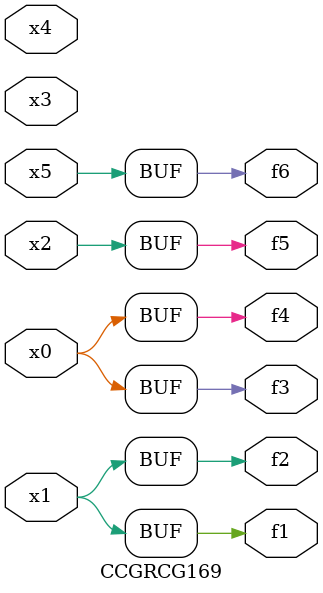
<source format=v>
module CCGRCG169(
	input x0, x1, x2, x3, x4, x5,
	output f1, f2, f3, f4, f5, f6
);
	assign f1 = x1;
	assign f2 = x1;
	assign f3 = x0;
	assign f4 = x0;
	assign f5 = x2;
	assign f6 = x5;
endmodule

</source>
